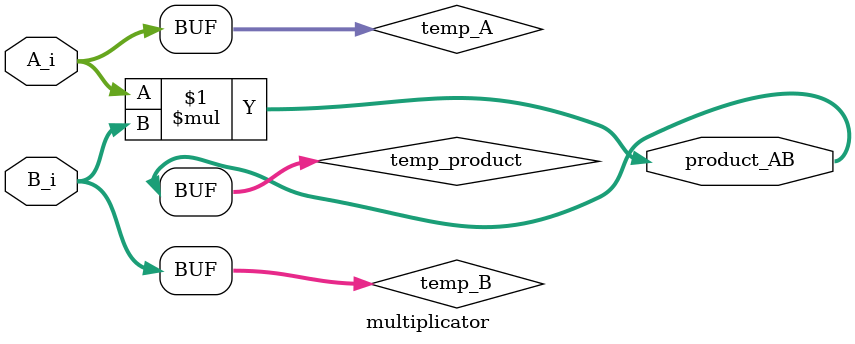
<source format=sv>
/*
   Module Name    : multiplicator
   Description    :
      -  multiplicator for entire numbers
      -  2 entire numbers for input
      -  1 entire number to output
   
   Filename       : multiplicator.sv
   Type           : SystemVerilog Module
   
   Author         : Daniel Perez
   Date           : 1 April 2024
   
   Instance template :
   
   multiplicator
   #(
      .DATA_WIDTH(),
      .DATA_WIDTH_OUT("2*DATA_WIDTH")
   )
   "MODULE NAME"
   (
      .A_i(),
      .B_i(),
      .product_AB()
   );
   
*/

module multiplicator
#(
   parameter DATA_WIDTH = 8,
   parameter DATA_WIDTH_OUT = (2*DATA_WIDTH)
)(
   input [DATA_WIDTH-1:0] A_i,
   input [DATA_WIDTH-1:0] B_i,
   output [DATA_WIDTH_OUT-1:0] product_AB
);

logic signed [DATA_WIDTH-1:0] temp_A;
logic signed [DATA_WIDTH-1:0] temp_B;
logic signed [DATA_WIDTH_OUT-1:0] temp_product;

assign temp_A = A_i;
assign temp_B = B_i;

assign temp_product = temp_A * temp_B;

assign product_AB = temp_product;

endmodule
</source>
